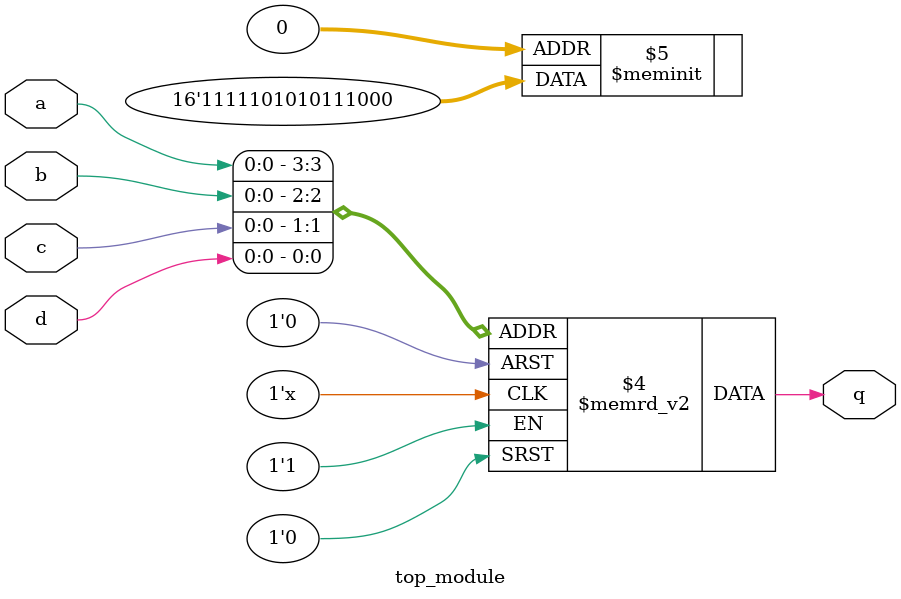
<source format=sv>
module top_module (
    input a, 
    input b, 
    input c, 
    input d,
    output reg q
);

    always @(*) begin
        case({a, b, c, d})
            4'b0000: q = 1'b0;
            4'b0001: q = 1'b0;
            4'b0010: q = 1'b0;
            4'b0011: q = 1'b1;
            4'b0100: q = 1'b1;
            4'b0101: q = 1'b1;
            4'b0110: q = 1'b0;
            4'b0111: q = 1'b1;
            4'b1000: q = 1'b0;
            4'b1001: q = 1'b1;
            4'b1010: q = 1'b0;
            4'b1011: q = 1'b1;
            4'b1100: q = 1'b1;
            4'b1101: q = 1'b1;
            4'b1110: q = 1'b1;
            4'b1111: q = 1'b1;
            default: q = 1'b0;
        endcase
    end
    
endmodule

</source>
